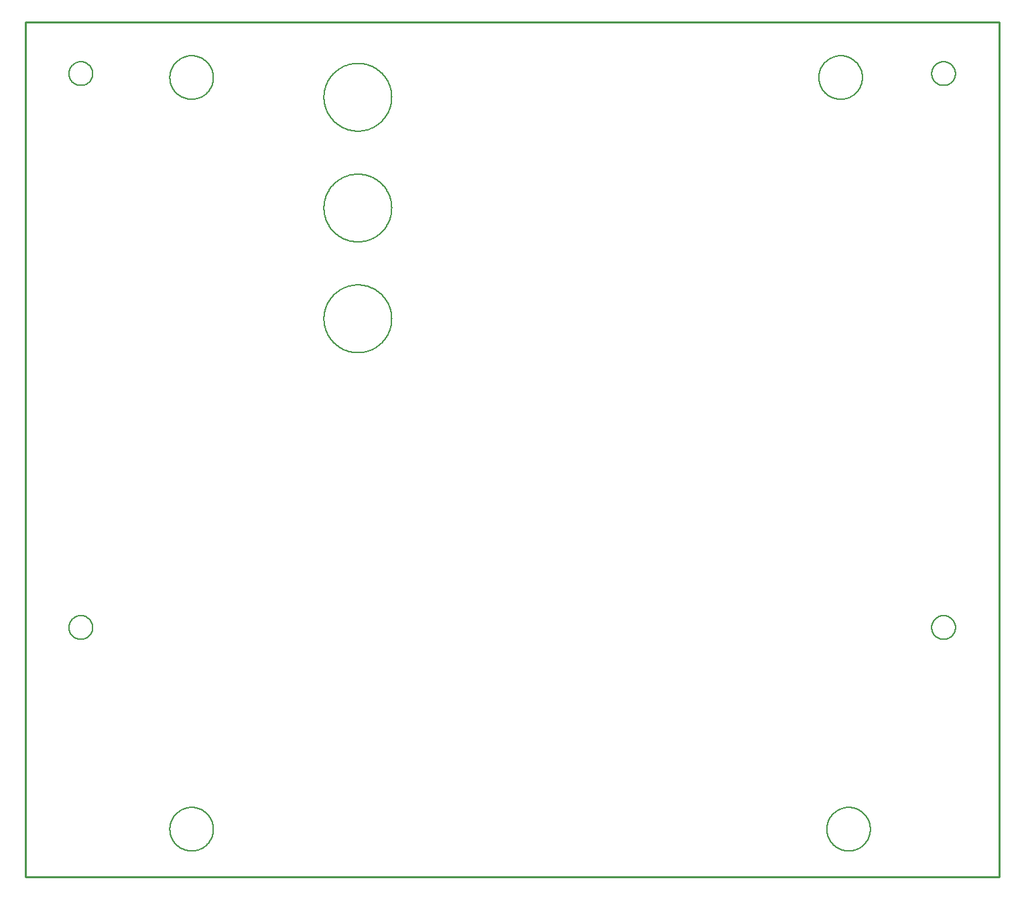
<source format=gbr>
G04 EAGLE Gerber RS-274X export*
G75*
%MOMM*%
%FSLAX34Y34*%
%LPD*%
%IN*%
%IPPOS*%
%AMOC8*
5,1,8,0,0,1.08239X$1,22.5*%
G01*
%ADD10C,0.152400*%
%ADD11C,0.150000*%
%ADD12C,0.254000*%


D10*
X182500Y60000D02*
X182508Y60675D01*
X182533Y61349D01*
X182575Y62023D01*
X182632Y62695D01*
X182707Y63366D01*
X182798Y64035D01*
X182905Y64701D01*
X183028Y65365D01*
X183168Y66025D01*
X183324Y66682D01*
X183496Y67335D01*
X183684Y67983D01*
X183888Y68626D01*
X184108Y69264D01*
X184343Y69897D01*
X184593Y70524D01*
X184859Y71144D01*
X185140Y71758D01*
X185436Y72364D01*
X185747Y72963D01*
X186073Y73555D01*
X186412Y74138D01*
X186767Y74712D01*
X187135Y75278D01*
X187516Y75835D01*
X187912Y76382D01*
X188320Y76919D01*
X188742Y77446D01*
X189177Y77962D01*
X189624Y78468D01*
X190083Y78962D01*
X190555Y79445D01*
X191038Y79917D01*
X191532Y80376D01*
X192038Y80823D01*
X192554Y81258D01*
X193081Y81680D01*
X193618Y82088D01*
X194165Y82484D01*
X194722Y82865D01*
X195288Y83233D01*
X195862Y83588D01*
X196445Y83927D01*
X197037Y84253D01*
X197636Y84564D01*
X198242Y84860D01*
X198856Y85141D01*
X199476Y85407D01*
X200103Y85657D01*
X200736Y85892D01*
X201374Y86112D01*
X202017Y86316D01*
X202665Y86504D01*
X203318Y86676D01*
X203975Y86832D01*
X204635Y86972D01*
X205299Y87095D01*
X205965Y87202D01*
X206634Y87293D01*
X207305Y87368D01*
X207977Y87425D01*
X208651Y87467D01*
X209325Y87492D01*
X210000Y87500D01*
X210675Y87492D01*
X211349Y87467D01*
X212023Y87425D01*
X212695Y87368D01*
X213366Y87293D01*
X214035Y87202D01*
X214701Y87095D01*
X215365Y86972D01*
X216025Y86832D01*
X216682Y86676D01*
X217335Y86504D01*
X217983Y86316D01*
X218626Y86112D01*
X219264Y85892D01*
X219897Y85657D01*
X220524Y85407D01*
X221144Y85141D01*
X221758Y84860D01*
X222364Y84564D01*
X222963Y84253D01*
X223555Y83927D01*
X224138Y83588D01*
X224712Y83233D01*
X225278Y82865D01*
X225835Y82484D01*
X226382Y82088D01*
X226919Y81680D01*
X227446Y81258D01*
X227962Y80823D01*
X228468Y80376D01*
X228962Y79917D01*
X229445Y79445D01*
X229917Y78962D01*
X230376Y78468D01*
X230823Y77962D01*
X231258Y77446D01*
X231680Y76919D01*
X232088Y76382D01*
X232484Y75835D01*
X232865Y75278D01*
X233233Y74712D01*
X233588Y74138D01*
X233927Y73555D01*
X234253Y72963D01*
X234564Y72364D01*
X234860Y71758D01*
X235141Y71144D01*
X235407Y70524D01*
X235657Y69897D01*
X235892Y69264D01*
X236112Y68626D01*
X236316Y67983D01*
X236504Y67335D01*
X236676Y66682D01*
X236832Y66025D01*
X236972Y65365D01*
X237095Y64701D01*
X237202Y64035D01*
X237293Y63366D01*
X237368Y62695D01*
X237425Y62023D01*
X237467Y61349D01*
X237492Y60675D01*
X237500Y60000D01*
X237492Y59325D01*
X237467Y58651D01*
X237425Y57977D01*
X237368Y57305D01*
X237293Y56634D01*
X237202Y55965D01*
X237095Y55299D01*
X236972Y54635D01*
X236832Y53975D01*
X236676Y53318D01*
X236504Y52665D01*
X236316Y52017D01*
X236112Y51374D01*
X235892Y50736D01*
X235657Y50103D01*
X235407Y49476D01*
X235141Y48856D01*
X234860Y48242D01*
X234564Y47636D01*
X234253Y47037D01*
X233927Y46445D01*
X233588Y45862D01*
X233233Y45288D01*
X232865Y44722D01*
X232484Y44165D01*
X232088Y43618D01*
X231680Y43081D01*
X231258Y42554D01*
X230823Y42038D01*
X230376Y41532D01*
X229917Y41038D01*
X229445Y40555D01*
X228962Y40083D01*
X228468Y39624D01*
X227962Y39177D01*
X227446Y38742D01*
X226919Y38320D01*
X226382Y37912D01*
X225835Y37516D01*
X225278Y37135D01*
X224712Y36767D01*
X224138Y36412D01*
X223555Y36073D01*
X222963Y35747D01*
X222364Y35436D01*
X221758Y35140D01*
X221144Y34859D01*
X220524Y34593D01*
X219897Y34343D01*
X219264Y34108D01*
X218626Y33888D01*
X217983Y33684D01*
X217335Y33496D01*
X216682Y33324D01*
X216025Y33168D01*
X215365Y33028D01*
X214701Y32905D01*
X214035Y32798D01*
X213366Y32707D01*
X212695Y32632D01*
X212023Y32575D01*
X211349Y32533D01*
X210675Y32508D01*
X210000Y32500D01*
X209325Y32508D01*
X208651Y32533D01*
X207977Y32575D01*
X207305Y32632D01*
X206634Y32707D01*
X205965Y32798D01*
X205299Y32905D01*
X204635Y33028D01*
X203975Y33168D01*
X203318Y33324D01*
X202665Y33496D01*
X202017Y33684D01*
X201374Y33888D01*
X200736Y34108D01*
X200103Y34343D01*
X199476Y34593D01*
X198856Y34859D01*
X198242Y35140D01*
X197636Y35436D01*
X197037Y35747D01*
X196445Y36073D01*
X195862Y36412D01*
X195288Y36767D01*
X194722Y37135D01*
X194165Y37516D01*
X193618Y37912D01*
X193081Y38320D01*
X192554Y38742D01*
X192038Y39177D01*
X191532Y39624D01*
X191038Y40083D01*
X190555Y40555D01*
X190083Y41038D01*
X189624Y41532D01*
X189177Y42038D01*
X188742Y42554D01*
X188320Y43081D01*
X187912Y43618D01*
X187516Y44165D01*
X187135Y44722D01*
X186767Y45288D01*
X186412Y45862D01*
X186073Y46445D01*
X185747Y47037D01*
X185436Y47636D01*
X185140Y48242D01*
X184859Y48856D01*
X184593Y49476D01*
X184343Y50103D01*
X184108Y50736D01*
X183888Y51374D01*
X183684Y52017D01*
X183496Y52665D01*
X183324Y53318D01*
X183168Y53975D01*
X183028Y54635D01*
X182905Y55299D01*
X182798Y55965D01*
X182707Y56634D01*
X182632Y57305D01*
X182575Y57977D01*
X182533Y58651D01*
X182508Y59325D01*
X182500Y60000D01*
X1012500Y60000D02*
X1012508Y60675D01*
X1012533Y61349D01*
X1012575Y62023D01*
X1012632Y62695D01*
X1012707Y63366D01*
X1012798Y64035D01*
X1012905Y64701D01*
X1013028Y65365D01*
X1013168Y66025D01*
X1013324Y66682D01*
X1013496Y67335D01*
X1013684Y67983D01*
X1013888Y68626D01*
X1014108Y69264D01*
X1014343Y69897D01*
X1014593Y70524D01*
X1014859Y71144D01*
X1015140Y71758D01*
X1015436Y72364D01*
X1015747Y72963D01*
X1016073Y73555D01*
X1016412Y74138D01*
X1016767Y74712D01*
X1017135Y75278D01*
X1017516Y75835D01*
X1017912Y76382D01*
X1018320Y76919D01*
X1018742Y77446D01*
X1019177Y77962D01*
X1019624Y78468D01*
X1020083Y78962D01*
X1020555Y79445D01*
X1021038Y79917D01*
X1021532Y80376D01*
X1022038Y80823D01*
X1022554Y81258D01*
X1023081Y81680D01*
X1023618Y82088D01*
X1024165Y82484D01*
X1024722Y82865D01*
X1025288Y83233D01*
X1025862Y83588D01*
X1026445Y83927D01*
X1027037Y84253D01*
X1027636Y84564D01*
X1028242Y84860D01*
X1028856Y85141D01*
X1029476Y85407D01*
X1030103Y85657D01*
X1030736Y85892D01*
X1031374Y86112D01*
X1032017Y86316D01*
X1032665Y86504D01*
X1033318Y86676D01*
X1033975Y86832D01*
X1034635Y86972D01*
X1035299Y87095D01*
X1035965Y87202D01*
X1036634Y87293D01*
X1037305Y87368D01*
X1037977Y87425D01*
X1038651Y87467D01*
X1039325Y87492D01*
X1040000Y87500D01*
X1040675Y87492D01*
X1041349Y87467D01*
X1042023Y87425D01*
X1042695Y87368D01*
X1043366Y87293D01*
X1044035Y87202D01*
X1044701Y87095D01*
X1045365Y86972D01*
X1046025Y86832D01*
X1046682Y86676D01*
X1047335Y86504D01*
X1047983Y86316D01*
X1048626Y86112D01*
X1049264Y85892D01*
X1049897Y85657D01*
X1050524Y85407D01*
X1051144Y85141D01*
X1051758Y84860D01*
X1052364Y84564D01*
X1052963Y84253D01*
X1053555Y83927D01*
X1054138Y83588D01*
X1054712Y83233D01*
X1055278Y82865D01*
X1055835Y82484D01*
X1056382Y82088D01*
X1056919Y81680D01*
X1057446Y81258D01*
X1057962Y80823D01*
X1058468Y80376D01*
X1058962Y79917D01*
X1059445Y79445D01*
X1059917Y78962D01*
X1060376Y78468D01*
X1060823Y77962D01*
X1061258Y77446D01*
X1061680Y76919D01*
X1062088Y76382D01*
X1062484Y75835D01*
X1062865Y75278D01*
X1063233Y74712D01*
X1063588Y74138D01*
X1063927Y73555D01*
X1064253Y72963D01*
X1064564Y72364D01*
X1064860Y71758D01*
X1065141Y71144D01*
X1065407Y70524D01*
X1065657Y69897D01*
X1065892Y69264D01*
X1066112Y68626D01*
X1066316Y67983D01*
X1066504Y67335D01*
X1066676Y66682D01*
X1066832Y66025D01*
X1066972Y65365D01*
X1067095Y64701D01*
X1067202Y64035D01*
X1067293Y63366D01*
X1067368Y62695D01*
X1067425Y62023D01*
X1067467Y61349D01*
X1067492Y60675D01*
X1067500Y60000D01*
X1067492Y59325D01*
X1067467Y58651D01*
X1067425Y57977D01*
X1067368Y57305D01*
X1067293Y56634D01*
X1067202Y55965D01*
X1067095Y55299D01*
X1066972Y54635D01*
X1066832Y53975D01*
X1066676Y53318D01*
X1066504Y52665D01*
X1066316Y52017D01*
X1066112Y51374D01*
X1065892Y50736D01*
X1065657Y50103D01*
X1065407Y49476D01*
X1065141Y48856D01*
X1064860Y48242D01*
X1064564Y47636D01*
X1064253Y47037D01*
X1063927Y46445D01*
X1063588Y45862D01*
X1063233Y45288D01*
X1062865Y44722D01*
X1062484Y44165D01*
X1062088Y43618D01*
X1061680Y43081D01*
X1061258Y42554D01*
X1060823Y42038D01*
X1060376Y41532D01*
X1059917Y41038D01*
X1059445Y40555D01*
X1058962Y40083D01*
X1058468Y39624D01*
X1057962Y39177D01*
X1057446Y38742D01*
X1056919Y38320D01*
X1056382Y37912D01*
X1055835Y37516D01*
X1055278Y37135D01*
X1054712Y36767D01*
X1054138Y36412D01*
X1053555Y36073D01*
X1052963Y35747D01*
X1052364Y35436D01*
X1051758Y35140D01*
X1051144Y34859D01*
X1050524Y34593D01*
X1049897Y34343D01*
X1049264Y34108D01*
X1048626Y33888D01*
X1047983Y33684D01*
X1047335Y33496D01*
X1046682Y33324D01*
X1046025Y33168D01*
X1045365Y33028D01*
X1044701Y32905D01*
X1044035Y32798D01*
X1043366Y32707D01*
X1042695Y32632D01*
X1042023Y32575D01*
X1041349Y32533D01*
X1040675Y32508D01*
X1040000Y32500D01*
X1039325Y32508D01*
X1038651Y32533D01*
X1037977Y32575D01*
X1037305Y32632D01*
X1036634Y32707D01*
X1035965Y32798D01*
X1035299Y32905D01*
X1034635Y33028D01*
X1033975Y33168D01*
X1033318Y33324D01*
X1032665Y33496D01*
X1032017Y33684D01*
X1031374Y33888D01*
X1030736Y34108D01*
X1030103Y34343D01*
X1029476Y34593D01*
X1028856Y34859D01*
X1028242Y35140D01*
X1027636Y35436D01*
X1027037Y35747D01*
X1026445Y36073D01*
X1025862Y36412D01*
X1025288Y36767D01*
X1024722Y37135D01*
X1024165Y37516D01*
X1023618Y37912D01*
X1023081Y38320D01*
X1022554Y38742D01*
X1022038Y39177D01*
X1021532Y39624D01*
X1021038Y40083D01*
X1020555Y40555D01*
X1020083Y41038D01*
X1019624Y41532D01*
X1019177Y42038D01*
X1018742Y42554D01*
X1018320Y43081D01*
X1017912Y43618D01*
X1017516Y44165D01*
X1017135Y44722D01*
X1016767Y45288D01*
X1016412Y45862D01*
X1016073Y46445D01*
X1015747Y47037D01*
X1015436Y47636D01*
X1015140Y48242D01*
X1014859Y48856D01*
X1014593Y49476D01*
X1014343Y50103D01*
X1014108Y50736D01*
X1013888Y51374D01*
X1013684Y52017D01*
X1013496Y52665D01*
X1013324Y53318D01*
X1013168Y53975D01*
X1013028Y54635D01*
X1012905Y55299D01*
X1012798Y55965D01*
X1012707Y56634D01*
X1012632Y57305D01*
X1012575Y57977D01*
X1012533Y58651D01*
X1012508Y59325D01*
X1012500Y60000D01*
X1002500Y1010000D02*
X1002508Y1010675D01*
X1002533Y1011349D01*
X1002575Y1012023D01*
X1002632Y1012695D01*
X1002707Y1013366D01*
X1002798Y1014035D01*
X1002905Y1014701D01*
X1003028Y1015365D01*
X1003168Y1016025D01*
X1003324Y1016682D01*
X1003496Y1017335D01*
X1003684Y1017983D01*
X1003888Y1018626D01*
X1004108Y1019264D01*
X1004343Y1019897D01*
X1004593Y1020524D01*
X1004859Y1021144D01*
X1005140Y1021758D01*
X1005436Y1022364D01*
X1005747Y1022963D01*
X1006073Y1023555D01*
X1006412Y1024138D01*
X1006767Y1024712D01*
X1007135Y1025278D01*
X1007516Y1025835D01*
X1007912Y1026382D01*
X1008320Y1026919D01*
X1008742Y1027446D01*
X1009177Y1027962D01*
X1009624Y1028468D01*
X1010083Y1028962D01*
X1010555Y1029445D01*
X1011038Y1029917D01*
X1011532Y1030376D01*
X1012038Y1030823D01*
X1012554Y1031258D01*
X1013081Y1031680D01*
X1013618Y1032088D01*
X1014165Y1032484D01*
X1014722Y1032865D01*
X1015288Y1033233D01*
X1015862Y1033588D01*
X1016445Y1033927D01*
X1017037Y1034253D01*
X1017636Y1034564D01*
X1018242Y1034860D01*
X1018856Y1035141D01*
X1019476Y1035407D01*
X1020103Y1035657D01*
X1020736Y1035892D01*
X1021374Y1036112D01*
X1022017Y1036316D01*
X1022665Y1036504D01*
X1023318Y1036676D01*
X1023975Y1036832D01*
X1024635Y1036972D01*
X1025299Y1037095D01*
X1025965Y1037202D01*
X1026634Y1037293D01*
X1027305Y1037368D01*
X1027977Y1037425D01*
X1028651Y1037467D01*
X1029325Y1037492D01*
X1030000Y1037500D01*
X1030675Y1037492D01*
X1031349Y1037467D01*
X1032023Y1037425D01*
X1032695Y1037368D01*
X1033366Y1037293D01*
X1034035Y1037202D01*
X1034701Y1037095D01*
X1035365Y1036972D01*
X1036025Y1036832D01*
X1036682Y1036676D01*
X1037335Y1036504D01*
X1037983Y1036316D01*
X1038626Y1036112D01*
X1039264Y1035892D01*
X1039897Y1035657D01*
X1040524Y1035407D01*
X1041144Y1035141D01*
X1041758Y1034860D01*
X1042364Y1034564D01*
X1042963Y1034253D01*
X1043555Y1033927D01*
X1044138Y1033588D01*
X1044712Y1033233D01*
X1045278Y1032865D01*
X1045835Y1032484D01*
X1046382Y1032088D01*
X1046919Y1031680D01*
X1047446Y1031258D01*
X1047962Y1030823D01*
X1048468Y1030376D01*
X1048962Y1029917D01*
X1049445Y1029445D01*
X1049917Y1028962D01*
X1050376Y1028468D01*
X1050823Y1027962D01*
X1051258Y1027446D01*
X1051680Y1026919D01*
X1052088Y1026382D01*
X1052484Y1025835D01*
X1052865Y1025278D01*
X1053233Y1024712D01*
X1053588Y1024138D01*
X1053927Y1023555D01*
X1054253Y1022963D01*
X1054564Y1022364D01*
X1054860Y1021758D01*
X1055141Y1021144D01*
X1055407Y1020524D01*
X1055657Y1019897D01*
X1055892Y1019264D01*
X1056112Y1018626D01*
X1056316Y1017983D01*
X1056504Y1017335D01*
X1056676Y1016682D01*
X1056832Y1016025D01*
X1056972Y1015365D01*
X1057095Y1014701D01*
X1057202Y1014035D01*
X1057293Y1013366D01*
X1057368Y1012695D01*
X1057425Y1012023D01*
X1057467Y1011349D01*
X1057492Y1010675D01*
X1057500Y1010000D01*
X1057492Y1009325D01*
X1057467Y1008651D01*
X1057425Y1007977D01*
X1057368Y1007305D01*
X1057293Y1006634D01*
X1057202Y1005965D01*
X1057095Y1005299D01*
X1056972Y1004635D01*
X1056832Y1003975D01*
X1056676Y1003318D01*
X1056504Y1002665D01*
X1056316Y1002017D01*
X1056112Y1001374D01*
X1055892Y1000736D01*
X1055657Y1000103D01*
X1055407Y999476D01*
X1055141Y998856D01*
X1054860Y998242D01*
X1054564Y997636D01*
X1054253Y997037D01*
X1053927Y996445D01*
X1053588Y995862D01*
X1053233Y995288D01*
X1052865Y994722D01*
X1052484Y994165D01*
X1052088Y993618D01*
X1051680Y993081D01*
X1051258Y992554D01*
X1050823Y992038D01*
X1050376Y991532D01*
X1049917Y991038D01*
X1049445Y990555D01*
X1048962Y990083D01*
X1048468Y989624D01*
X1047962Y989177D01*
X1047446Y988742D01*
X1046919Y988320D01*
X1046382Y987912D01*
X1045835Y987516D01*
X1045278Y987135D01*
X1044712Y986767D01*
X1044138Y986412D01*
X1043555Y986073D01*
X1042963Y985747D01*
X1042364Y985436D01*
X1041758Y985140D01*
X1041144Y984859D01*
X1040524Y984593D01*
X1039897Y984343D01*
X1039264Y984108D01*
X1038626Y983888D01*
X1037983Y983684D01*
X1037335Y983496D01*
X1036682Y983324D01*
X1036025Y983168D01*
X1035365Y983028D01*
X1034701Y982905D01*
X1034035Y982798D01*
X1033366Y982707D01*
X1032695Y982632D01*
X1032023Y982575D01*
X1031349Y982533D01*
X1030675Y982508D01*
X1030000Y982500D01*
X1029325Y982508D01*
X1028651Y982533D01*
X1027977Y982575D01*
X1027305Y982632D01*
X1026634Y982707D01*
X1025965Y982798D01*
X1025299Y982905D01*
X1024635Y983028D01*
X1023975Y983168D01*
X1023318Y983324D01*
X1022665Y983496D01*
X1022017Y983684D01*
X1021374Y983888D01*
X1020736Y984108D01*
X1020103Y984343D01*
X1019476Y984593D01*
X1018856Y984859D01*
X1018242Y985140D01*
X1017636Y985436D01*
X1017037Y985747D01*
X1016445Y986073D01*
X1015862Y986412D01*
X1015288Y986767D01*
X1014722Y987135D01*
X1014165Y987516D01*
X1013618Y987912D01*
X1013081Y988320D01*
X1012554Y988742D01*
X1012038Y989177D01*
X1011532Y989624D01*
X1011038Y990083D01*
X1010555Y990555D01*
X1010083Y991038D01*
X1009624Y991532D01*
X1009177Y992038D01*
X1008742Y992554D01*
X1008320Y993081D01*
X1007912Y993618D01*
X1007516Y994165D01*
X1007135Y994722D01*
X1006767Y995288D01*
X1006412Y995862D01*
X1006073Y996445D01*
X1005747Y997037D01*
X1005436Y997636D01*
X1005140Y998242D01*
X1004859Y998856D01*
X1004593Y999476D01*
X1004343Y1000103D01*
X1004108Y1000736D01*
X1003888Y1001374D01*
X1003684Y1002017D01*
X1003496Y1002665D01*
X1003324Y1003318D01*
X1003168Y1003975D01*
X1003028Y1004635D01*
X1002905Y1005299D01*
X1002798Y1005965D01*
X1002707Y1006634D01*
X1002632Y1007305D01*
X1002575Y1007977D01*
X1002533Y1008651D01*
X1002508Y1009325D01*
X1002500Y1010000D01*
X182500Y1010000D02*
X182508Y1010675D01*
X182533Y1011349D01*
X182575Y1012023D01*
X182632Y1012695D01*
X182707Y1013366D01*
X182798Y1014035D01*
X182905Y1014701D01*
X183028Y1015365D01*
X183168Y1016025D01*
X183324Y1016682D01*
X183496Y1017335D01*
X183684Y1017983D01*
X183888Y1018626D01*
X184108Y1019264D01*
X184343Y1019897D01*
X184593Y1020524D01*
X184859Y1021144D01*
X185140Y1021758D01*
X185436Y1022364D01*
X185747Y1022963D01*
X186073Y1023555D01*
X186412Y1024138D01*
X186767Y1024712D01*
X187135Y1025278D01*
X187516Y1025835D01*
X187912Y1026382D01*
X188320Y1026919D01*
X188742Y1027446D01*
X189177Y1027962D01*
X189624Y1028468D01*
X190083Y1028962D01*
X190555Y1029445D01*
X191038Y1029917D01*
X191532Y1030376D01*
X192038Y1030823D01*
X192554Y1031258D01*
X193081Y1031680D01*
X193618Y1032088D01*
X194165Y1032484D01*
X194722Y1032865D01*
X195288Y1033233D01*
X195862Y1033588D01*
X196445Y1033927D01*
X197037Y1034253D01*
X197636Y1034564D01*
X198242Y1034860D01*
X198856Y1035141D01*
X199476Y1035407D01*
X200103Y1035657D01*
X200736Y1035892D01*
X201374Y1036112D01*
X202017Y1036316D01*
X202665Y1036504D01*
X203318Y1036676D01*
X203975Y1036832D01*
X204635Y1036972D01*
X205299Y1037095D01*
X205965Y1037202D01*
X206634Y1037293D01*
X207305Y1037368D01*
X207977Y1037425D01*
X208651Y1037467D01*
X209325Y1037492D01*
X210000Y1037500D01*
X210675Y1037492D01*
X211349Y1037467D01*
X212023Y1037425D01*
X212695Y1037368D01*
X213366Y1037293D01*
X214035Y1037202D01*
X214701Y1037095D01*
X215365Y1036972D01*
X216025Y1036832D01*
X216682Y1036676D01*
X217335Y1036504D01*
X217983Y1036316D01*
X218626Y1036112D01*
X219264Y1035892D01*
X219897Y1035657D01*
X220524Y1035407D01*
X221144Y1035141D01*
X221758Y1034860D01*
X222364Y1034564D01*
X222963Y1034253D01*
X223555Y1033927D01*
X224138Y1033588D01*
X224712Y1033233D01*
X225278Y1032865D01*
X225835Y1032484D01*
X226382Y1032088D01*
X226919Y1031680D01*
X227446Y1031258D01*
X227962Y1030823D01*
X228468Y1030376D01*
X228962Y1029917D01*
X229445Y1029445D01*
X229917Y1028962D01*
X230376Y1028468D01*
X230823Y1027962D01*
X231258Y1027446D01*
X231680Y1026919D01*
X232088Y1026382D01*
X232484Y1025835D01*
X232865Y1025278D01*
X233233Y1024712D01*
X233588Y1024138D01*
X233927Y1023555D01*
X234253Y1022963D01*
X234564Y1022364D01*
X234860Y1021758D01*
X235141Y1021144D01*
X235407Y1020524D01*
X235657Y1019897D01*
X235892Y1019264D01*
X236112Y1018626D01*
X236316Y1017983D01*
X236504Y1017335D01*
X236676Y1016682D01*
X236832Y1016025D01*
X236972Y1015365D01*
X237095Y1014701D01*
X237202Y1014035D01*
X237293Y1013366D01*
X237368Y1012695D01*
X237425Y1012023D01*
X237467Y1011349D01*
X237492Y1010675D01*
X237500Y1010000D01*
X237492Y1009325D01*
X237467Y1008651D01*
X237425Y1007977D01*
X237368Y1007305D01*
X237293Y1006634D01*
X237202Y1005965D01*
X237095Y1005299D01*
X236972Y1004635D01*
X236832Y1003975D01*
X236676Y1003318D01*
X236504Y1002665D01*
X236316Y1002017D01*
X236112Y1001374D01*
X235892Y1000736D01*
X235657Y1000103D01*
X235407Y999476D01*
X235141Y998856D01*
X234860Y998242D01*
X234564Y997636D01*
X234253Y997037D01*
X233927Y996445D01*
X233588Y995862D01*
X233233Y995288D01*
X232865Y994722D01*
X232484Y994165D01*
X232088Y993618D01*
X231680Y993081D01*
X231258Y992554D01*
X230823Y992038D01*
X230376Y991532D01*
X229917Y991038D01*
X229445Y990555D01*
X228962Y990083D01*
X228468Y989624D01*
X227962Y989177D01*
X227446Y988742D01*
X226919Y988320D01*
X226382Y987912D01*
X225835Y987516D01*
X225278Y987135D01*
X224712Y986767D01*
X224138Y986412D01*
X223555Y986073D01*
X222963Y985747D01*
X222364Y985436D01*
X221758Y985140D01*
X221144Y984859D01*
X220524Y984593D01*
X219897Y984343D01*
X219264Y984108D01*
X218626Y983888D01*
X217983Y983684D01*
X217335Y983496D01*
X216682Y983324D01*
X216025Y983168D01*
X215365Y983028D01*
X214701Y982905D01*
X214035Y982798D01*
X213366Y982707D01*
X212695Y982632D01*
X212023Y982575D01*
X211349Y982533D01*
X210675Y982508D01*
X210000Y982500D01*
X209325Y982508D01*
X208651Y982533D01*
X207977Y982575D01*
X207305Y982632D01*
X206634Y982707D01*
X205965Y982798D01*
X205299Y982905D01*
X204635Y983028D01*
X203975Y983168D01*
X203318Y983324D01*
X202665Y983496D01*
X202017Y983684D01*
X201374Y983888D01*
X200736Y984108D01*
X200103Y984343D01*
X199476Y984593D01*
X198856Y984859D01*
X198242Y985140D01*
X197636Y985436D01*
X197037Y985747D01*
X196445Y986073D01*
X195862Y986412D01*
X195288Y986767D01*
X194722Y987135D01*
X194165Y987516D01*
X193618Y987912D01*
X193081Y988320D01*
X192554Y988742D01*
X192038Y989177D01*
X191532Y989624D01*
X191038Y990083D01*
X190555Y990555D01*
X190083Y991038D01*
X189624Y991532D01*
X189177Y992038D01*
X188742Y992554D01*
X188320Y993081D01*
X187912Y993618D01*
X187516Y994165D01*
X187135Y994722D01*
X186767Y995288D01*
X186412Y995862D01*
X186073Y996445D01*
X185747Y997037D01*
X185436Y997636D01*
X185140Y998242D01*
X184859Y998856D01*
X184593Y999476D01*
X184343Y1000103D01*
X184108Y1000736D01*
X183888Y1001374D01*
X183684Y1002017D01*
X183496Y1002665D01*
X183324Y1003318D01*
X183168Y1003975D01*
X183028Y1004635D01*
X182905Y1005299D01*
X182798Y1005965D01*
X182707Y1006634D01*
X182632Y1007305D01*
X182575Y1007977D01*
X182533Y1008651D01*
X182508Y1009325D01*
X182500Y1010000D01*
D11*
X55000Y1015000D02*
X55005Y1015368D01*
X55018Y1015736D01*
X55041Y1016103D01*
X55072Y1016470D01*
X55113Y1016836D01*
X55162Y1017201D01*
X55221Y1017564D01*
X55288Y1017926D01*
X55364Y1018287D01*
X55450Y1018645D01*
X55543Y1019001D01*
X55646Y1019354D01*
X55757Y1019705D01*
X55877Y1020053D01*
X56005Y1020398D01*
X56142Y1020740D01*
X56287Y1021079D01*
X56440Y1021413D01*
X56602Y1021744D01*
X56771Y1022071D01*
X56949Y1022393D01*
X57134Y1022712D01*
X57327Y1023025D01*
X57528Y1023334D01*
X57736Y1023637D01*
X57952Y1023935D01*
X58175Y1024228D01*
X58405Y1024516D01*
X58642Y1024798D01*
X58886Y1025073D01*
X59136Y1025343D01*
X59393Y1025607D01*
X59657Y1025864D01*
X59927Y1026114D01*
X60202Y1026358D01*
X60484Y1026595D01*
X60772Y1026825D01*
X61065Y1027048D01*
X61363Y1027264D01*
X61666Y1027472D01*
X61975Y1027673D01*
X62288Y1027866D01*
X62607Y1028051D01*
X62929Y1028229D01*
X63256Y1028398D01*
X63587Y1028560D01*
X63921Y1028713D01*
X64260Y1028858D01*
X64602Y1028995D01*
X64947Y1029123D01*
X65295Y1029243D01*
X65646Y1029354D01*
X65999Y1029457D01*
X66355Y1029550D01*
X66713Y1029636D01*
X67074Y1029712D01*
X67436Y1029779D01*
X67799Y1029838D01*
X68164Y1029887D01*
X68530Y1029928D01*
X68897Y1029959D01*
X69264Y1029982D01*
X69632Y1029995D01*
X70000Y1030000D01*
X70368Y1029995D01*
X70736Y1029982D01*
X71103Y1029959D01*
X71470Y1029928D01*
X71836Y1029887D01*
X72201Y1029838D01*
X72564Y1029779D01*
X72926Y1029712D01*
X73287Y1029636D01*
X73645Y1029550D01*
X74001Y1029457D01*
X74354Y1029354D01*
X74705Y1029243D01*
X75053Y1029123D01*
X75398Y1028995D01*
X75740Y1028858D01*
X76079Y1028713D01*
X76413Y1028560D01*
X76744Y1028398D01*
X77071Y1028229D01*
X77393Y1028051D01*
X77712Y1027866D01*
X78025Y1027673D01*
X78334Y1027472D01*
X78637Y1027264D01*
X78935Y1027048D01*
X79228Y1026825D01*
X79516Y1026595D01*
X79798Y1026358D01*
X80073Y1026114D01*
X80343Y1025864D01*
X80607Y1025607D01*
X80864Y1025343D01*
X81114Y1025073D01*
X81358Y1024798D01*
X81595Y1024516D01*
X81825Y1024228D01*
X82048Y1023935D01*
X82264Y1023637D01*
X82472Y1023334D01*
X82673Y1023025D01*
X82866Y1022712D01*
X83051Y1022393D01*
X83229Y1022071D01*
X83398Y1021744D01*
X83560Y1021413D01*
X83713Y1021079D01*
X83858Y1020740D01*
X83995Y1020398D01*
X84123Y1020053D01*
X84243Y1019705D01*
X84354Y1019354D01*
X84457Y1019001D01*
X84550Y1018645D01*
X84636Y1018287D01*
X84712Y1017926D01*
X84779Y1017564D01*
X84838Y1017201D01*
X84887Y1016836D01*
X84928Y1016470D01*
X84959Y1016103D01*
X84982Y1015736D01*
X84995Y1015368D01*
X85000Y1015000D01*
X84995Y1014632D01*
X84982Y1014264D01*
X84959Y1013897D01*
X84928Y1013530D01*
X84887Y1013164D01*
X84838Y1012799D01*
X84779Y1012436D01*
X84712Y1012074D01*
X84636Y1011713D01*
X84550Y1011355D01*
X84457Y1010999D01*
X84354Y1010646D01*
X84243Y1010295D01*
X84123Y1009947D01*
X83995Y1009602D01*
X83858Y1009260D01*
X83713Y1008921D01*
X83560Y1008587D01*
X83398Y1008256D01*
X83229Y1007929D01*
X83051Y1007607D01*
X82866Y1007288D01*
X82673Y1006975D01*
X82472Y1006666D01*
X82264Y1006363D01*
X82048Y1006065D01*
X81825Y1005772D01*
X81595Y1005484D01*
X81358Y1005202D01*
X81114Y1004927D01*
X80864Y1004657D01*
X80607Y1004393D01*
X80343Y1004136D01*
X80073Y1003886D01*
X79798Y1003642D01*
X79516Y1003405D01*
X79228Y1003175D01*
X78935Y1002952D01*
X78637Y1002736D01*
X78334Y1002528D01*
X78025Y1002327D01*
X77712Y1002134D01*
X77393Y1001949D01*
X77071Y1001771D01*
X76744Y1001602D01*
X76413Y1001440D01*
X76079Y1001287D01*
X75740Y1001142D01*
X75398Y1001005D01*
X75053Y1000877D01*
X74705Y1000757D01*
X74354Y1000646D01*
X74001Y1000543D01*
X73645Y1000450D01*
X73287Y1000364D01*
X72926Y1000288D01*
X72564Y1000221D01*
X72201Y1000162D01*
X71836Y1000113D01*
X71470Y1000072D01*
X71103Y1000041D01*
X70736Y1000018D01*
X70368Y1000005D01*
X70000Y1000000D01*
X69632Y1000005D01*
X69264Y1000018D01*
X68897Y1000041D01*
X68530Y1000072D01*
X68164Y1000113D01*
X67799Y1000162D01*
X67436Y1000221D01*
X67074Y1000288D01*
X66713Y1000364D01*
X66355Y1000450D01*
X65999Y1000543D01*
X65646Y1000646D01*
X65295Y1000757D01*
X64947Y1000877D01*
X64602Y1001005D01*
X64260Y1001142D01*
X63921Y1001287D01*
X63587Y1001440D01*
X63256Y1001602D01*
X62929Y1001771D01*
X62607Y1001949D01*
X62288Y1002134D01*
X61975Y1002327D01*
X61666Y1002528D01*
X61363Y1002736D01*
X61065Y1002952D01*
X60772Y1003175D01*
X60484Y1003405D01*
X60202Y1003642D01*
X59927Y1003886D01*
X59657Y1004136D01*
X59393Y1004393D01*
X59136Y1004657D01*
X58886Y1004927D01*
X58642Y1005202D01*
X58405Y1005484D01*
X58175Y1005772D01*
X57952Y1006065D01*
X57736Y1006363D01*
X57528Y1006666D01*
X57327Y1006975D01*
X57134Y1007288D01*
X56949Y1007607D01*
X56771Y1007929D01*
X56602Y1008256D01*
X56440Y1008587D01*
X56287Y1008921D01*
X56142Y1009260D01*
X56005Y1009602D01*
X55877Y1009947D01*
X55757Y1010295D01*
X55646Y1010646D01*
X55543Y1010999D01*
X55450Y1011355D01*
X55364Y1011713D01*
X55288Y1012074D01*
X55221Y1012436D01*
X55162Y1012799D01*
X55113Y1013164D01*
X55072Y1013530D01*
X55041Y1013897D01*
X55018Y1014264D01*
X55005Y1014632D01*
X55000Y1015000D01*
X1145000Y1015000D02*
X1145005Y1015368D01*
X1145018Y1015736D01*
X1145041Y1016103D01*
X1145072Y1016470D01*
X1145113Y1016836D01*
X1145162Y1017201D01*
X1145221Y1017564D01*
X1145288Y1017926D01*
X1145364Y1018287D01*
X1145450Y1018645D01*
X1145543Y1019001D01*
X1145646Y1019354D01*
X1145757Y1019705D01*
X1145877Y1020053D01*
X1146005Y1020398D01*
X1146142Y1020740D01*
X1146287Y1021079D01*
X1146440Y1021413D01*
X1146602Y1021744D01*
X1146771Y1022071D01*
X1146949Y1022393D01*
X1147134Y1022712D01*
X1147327Y1023025D01*
X1147528Y1023334D01*
X1147736Y1023637D01*
X1147952Y1023935D01*
X1148175Y1024228D01*
X1148405Y1024516D01*
X1148642Y1024798D01*
X1148886Y1025073D01*
X1149136Y1025343D01*
X1149393Y1025607D01*
X1149657Y1025864D01*
X1149927Y1026114D01*
X1150202Y1026358D01*
X1150484Y1026595D01*
X1150772Y1026825D01*
X1151065Y1027048D01*
X1151363Y1027264D01*
X1151666Y1027472D01*
X1151975Y1027673D01*
X1152288Y1027866D01*
X1152607Y1028051D01*
X1152929Y1028229D01*
X1153256Y1028398D01*
X1153587Y1028560D01*
X1153921Y1028713D01*
X1154260Y1028858D01*
X1154602Y1028995D01*
X1154947Y1029123D01*
X1155295Y1029243D01*
X1155646Y1029354D01*
X1155999Y1029457D01*
X1156355Y1029550D01*
X1156713Y1029636D01*
X1157074Y1029712D01*
X1157436Y1029779D01*
X1157799Y1029838D01*
X1158164Y1029887D01*
X1158530Y1029928D01*
X1158897Y1029959D01*
X1159264Y1029982D01*
X1159632Y1029995D01*
X1160000Y1030000D01*
X1160368Y1029995D01*
X1160736Y1029982D01*
X1161103Y1029959D01*
X1161470Y1029928D01*
X1161836Y1029887D01*
X1162201Y1029838D01*
X1162564Y1029779D01*
X1162926Y1029712D01*
X1163287Y1029636D01*
X1163645Y1029550D01*
X1164001Y1029457D01*
X1164354Y1029354D01*
X1164705Y1029243D01*
X1165053Y1029123D01*
X1165398Y1028995D01*
X1165740Y1028858D01*
X1166079Y1028713D01*
X1166413Y1028560D01*
X1166744Y1028398D01*
X1167071Y1028229D01*
X1167393Y1028051D01*
X1167712Y1027866D01*
X1168025Y1027673D01*
X1168334Y1027472D01*
X1168637Y1027264D01*
X1168935Y1027048D01*
X1169228Y1026825D01*
X1169516Y1026595D01*
X1169798Y1026358D01*
X1170073Y1026114D01*
X1170343Y1025864D01*
X1170607Y1025607D01*
X1170864Y1025343D01*
X1171114Y1025073D01*
X1171358Y1024798D01*
X1171595Y1024516D01*
X1171825Y1024228D01*
X1172048Y1023935D01*
X1172264Y1023637D01*
X1172472Y1023334D01*
X1172673Y1023025D01*
X1172866Y1022712D01*
X1173051Y1022393D01*
X1173229Y1022071D01*
X1173398Y1021744D01*
X1173560Y1021413D01*
X1173713Y1021079D01*
X1173858Y1020740D01*
X1173995Y1020398D01*
X1174123Y1020053D01*
X1174243Y1019705D01*
X1174354Y1019354D01*
X1174457Y1019001D01*
X1174550Y1018645D01*
X1174636Y1018287D01*
X1174712Y1017926D01*
X1174779Y1017564D01*
X1174838Y1017201D01*
X1174887Y1016836D01*
X1174928Y1016470D01*
X1174959Y1016103D01*
X1174982Y1015736D01*
X1174995Y1015368D01*
X1175000Y1015000D01*
X1174995Y1014632D01*
X1174982Y1014264D01*
X1174959Y1013897D01*
X1174928Y1013530D01*
X1174887Y1013164D01*
X1174838Y1012799D01*
X1174779Y1012436D01*
X1174712Y1012074D01*
X1174636Y1011713D01*
X1174550Y1011355D01*
X1174457Y1010999D01*
X1174354Y1010646D01*
X1174243Y1010295D01*
X1174123Y1009947D01*
X1173995Y1009602D01*
X1173858Y1009260D01*
X1173713Y1008921D01*
X1173560Y1008587D01*
X1173398Y1008256D01*
X1173229Y1007929D01*
X1173051Y1007607D01*
X1172866Y1007288D01*
X1172673Y1006975D01*
X1172472Y1006666D01*
X1172264Y1006363D01*
X1172048Y1006065D01*
X1171825Y1005772D01*
X1171595Y1005484D01*
X1171358Y1005202D01*
X1171114Y1004927D01*
X1170864Y1004657D01*
X1170607Y1004393D01*
X1170343Y1004136D01*
X1170073Y1003886D01*
X1169798Y1003642D01*
X1169516Y1003405D01*
X1169228Y1003175D01*
X1168935Y1002952D01*
X1168637Y1002736D01*
X1168334Y1002528D01*
X1168025Y1002327D01*
X1167712Y1002134D01*
X1167393Y1001949D01*
X1167071Y1001771D01*
X1166744Y1001602D01*
X1166413Y1001440D01*
X1166079Y1001287D01*
X1165740Y1001142D01*
X1165398Y1001005D01*
X1165053Y1000877D01*
X1164705Y1000757D01*
X1164354Y1000646D01*
X1164001Y1000543D01*
X1163645Y1000450D01*
X1163287Y1000364D01*
X1162926Y1000288D01*
X1162564Y1000221D01*
X1162201Y1000162D01*
X1161836Y1000113D01*
X1161470Y1000072D01*
X1161103Y1000041D01*
X1160736Y1000018D01*
X1160368Y1000005D01*
X1160000Y1000000D01*
X1159632Y1000005D01*
X1159264Y1000018D01*
X1158897Y1000041D01*
X1158530Y1000072D01*
X1158164Y1000113D01*
X1157799Y1000162D01*
X1157436Y1000221D01*
X1157074Y1000288D01*
X1156713Y1000364D01*
X1156355Y1000450D01*
X1155999Y1000543D01*
X1155646Y1000646D01*
X1155295Y1000757D01*
X1154947Y1000877D01*
X1154602Y1001005D01*
X1154260Y1001142D01*
X1153921Y1001287D01*
X1153587Y1001440D01*
X1153256Y1001602D01*
X1152929Y1001771D01*
X1152607Y1001949D01*
X1152288Y1002134D01*
X1151975Y1002327D01*
X1151666Y1002528D01*
X1151363Y1002736D01*
X1151065Y1002952D01*
X1150772Y1003175D01*
X1150484Y1003405D01*
X1150202Y1003642D01*
X1149927Y1003886D01*
X1149657Y1004136D01*
X1149393Y1004393D01*
X1149136Y1004657D01*
X1148886Y1004927D01*
X1148642Y1005202D01*
X1148405Y1005484D01*
X1148175Y1005772D01*
X1147952Y1006065D01*
X1147736Y1006363D01*
X1147528Y1006666D01*
X1147327Y1006975D01*
X1147134Y1007288D01*
X1146949Y1007607D01*
X1146771Y1007929D01*
X1146602Y1008256D01*
X1146440Y1008587D01*
X1146287Y1008921D01*
X1146142Y1009260D01*
X1146005Y1009602D01*
X1145877Y1009947D01*
X1145757Y1010295D01*
X1145646Y1010646D01*
X1145543Y1010999D01*
X1145450Y1011355D01*
X1145364Y1011713D01*
X1145288Y1012074D01*
X1145221Y1012436D01*
X1145162Y1012799D01*
X1145113Y1013164D01*
X1145072Y1013530D01*
X1145041Y1013897D01*
X1145018Y1014264D01*
X1145005Y1014632D01*
X1145000Y1015000D01*
X1145000Y315000D02*
X1145005Y315368D01*
X1145018Y315736D01*
X1145041Y316103D01*
X1145072Y316470D01*
X1145113Y316836D01*
X1145162Y317201D01*
X1145221Y317564D01*
X1145288Y317926D01*
X1145364Y318287D01*
X1145450Y318645D01*
X1145543Y319001D01*
X1145646Y319354D01*
X1145757Y319705D01*
X1145877Y320053D01*
X1146005Y320398D01*
X1146142Y320740D01*
X1146287Y321079D01*
X1146440Y321413D01*
X1146602Y321744D01*
X1146771Y322071D01*
X1146949Y322393D01*
X1147134Y322712D01*
X1147327Y323025D01*
X1147528Y323334D01*
X1147736Y323637D01*
X1147952Y323935D01*
X1148175Y324228D01*
X1148405Y324516D01*
X1148642Y324798D01*
X1148886Y325073D01*
X1149136Y325343D01*
X1149393Y325607D01*
X1149657Y325864D01*
X1149927Y326114D01*
X1150202Y326358D01*
X1150484Y326595D01*
X1150772Y326825D01*
X1151065Y327048D01*
X1151363Y327264D01*
X1151666Y327472D01*
X1151975Y327673D01*
X1152288Y327866D01*
X1152607Y328051D01*
X1152929Y328229D01*
X1153256Y328398D01*
X1153587Y328560D01*
X1153921Y328713D01*
X1154260Y328858D01*
X1154602Y328995D01*
X1154947Y329123D01*
X1155295Y329243D01*
X1155646Y329354D01*
X1155999Y329457D01*
X1156355Y329550D01*
X1156713Y329636D01*
X1157074Y329712D01*
X1157436Y329779D01*
X1157799Y329838D01*
X1158164Y329887D01*
X1158530Y329928D01*
X1158897Y329959D01*
X1159264Y329982D01*
X1159632Y329995D01*
X1160000Y330000D01*
X1160368Y329995D01*
X1160736Y329982D01*
X1161103Y329959D01*
X1161470Y329928D01*
X1161836Y329887D01*
X1162201Y329838D01*
X1162564Y329779D01*
X1162926Y329712D01*
X1163287Y329636D01*
X1163645Y329550D01*
X1164001Y329457D01*
X1164354Y329354D01*
X1164705Y329243D01*
X1165053Y329123D01*
X1165398Y328995D01*
X1165740Y328858D01*
X1166079Y328713D01*
X1166413Y328560D01*
X1166744Y328398D01*
X1167071Y328229D01*
X1167393Y328051D01*
X1167712Y327866D01*
X1168025Y327673D01*
X1168334Y327472D01*
X1168637Y327264D01*
X1168935Y327048D01*
X1169228Y326825D01*
X1169516Y326595D01*
X1169798Y326358D01*
X1170073Y326114D01*
X1170343Y325864D01*
X1170607Y325607D01*
X1170864Y325343D01*
X1171114Y325073D01*
X1171358Y324798D01*
X1171595Y324516D01*
X1171825Y324228D01*
X1172048Y323935D01*
X1172264Y323637D01*
X1172472Y323334D01*
X1172673Y323025D01*
X1172866Y322712D01*
X1173051Y322393D01*
X1173229Y322071D01*
X1173398Y321744D01*
X1173560Y321413D01*
X1173713Y321079D01*
X1173858Y320740D01*
X1173995Y320398D01*
X1174123Y320053D01*
X1174243Y319705D01*
X1174354Y319354D01*
X1174457Y319001D01*
X1174550Y318645D01*
X1174636Y318287D01*
X1174712Y317926D01*
X1174779Y317564D01*
X1174838Y317201D01*
X1174887Y316836D01*
X1174928Y316470D01*
X1174959Y316103D01*
X1174982Y315736D01*
X1174995Y315368D01*
X1175000Y315000D01*
X1174995Y314632D01*
X1174982Y314264D01*
X1174959Y313897D01*
X1174928Y313530D01*
X1174887Y313164D01*
X1174838Y312799D01*
X1174779Y312436D01*
X1174712Y312074D01*
X1174636Y311713D01*
X1174550Y311355D01*
X1174457Y310999D01*
X1174354Y310646D01*
X1174243Y310295D01*
X1174123Y309947D01*
X1173995Y309602D01*
X1173858Y309260D01*
X1173713Y308921D01*
X1173560Y308587D01*
X1173398Y308256D01*
X1173229Y307929D01*
X1173051Y307607D01*
X1172866Y307288D01*
X1172673Y306975D01*
X1172472Y306666D01*
X1172264Y306363D01*
X1172048Y306065D01*
X1171825Y305772D01*
X1171595Y305484D01*
X1171358Y305202D01*
X1171114Y304927D01*
X1170864Y304657D01*
X1170607Y304393D01*
X1170343Y304136D01*
X1170073Y303886D01*
X1169798Y303642D01*
X1169516Y303405D01*
X1169228Y303175D01*
X1168935Y302952D01*
X1168637Y302736D01*
X1168334Y302528D01*
X1168025Y302327D01*
X1167712Y302134D01*
X1167393Y301949D01*
X1167071Y301771D01*
X1166744Y301602D01*
X1166413Y301440D01*
X1166079Y301287D01*
X1165740Y301142D01*
X1165398Y301005D01*
X1165053Y300877D01*
X1164705Y300757D01*
X1164354Y300646D01*
X1164001Y300543D01*
X1163645Y300450D01*
X1163287Y300364D01*
X1162926Y300288D01*
X1162564Y300221D01*
X1162201Y300162D01*
X1161836Y300113D01*
X1161470Y300072D01*
X1161103Y300041D01*
X1160736Y300018D01*
X1160368Y300005D01*
X1160000Y300000D01*
X1159632Y300005D01*
X1159264Y300018D01*
X1158897Y300041D01*
X1158530Y300072D01*
X1158164Y300113D01*
X1157799Y300162D01*
X1157436Y300221D01*
X1157074Y300288D01*
X1156713Y300364D01*
X1156355Y300450D01*
X1155999Y300543D01*
X1155646Y300646D01*
X1155295Y300757D01*
X1154947Y300877D01*
X1154602Y301005D01*
X1154260Y301142D01*
X1153921Y301287D01*
X1153587Y301440D01*
X1153256Y301602D01*
X1152929Y301771D01*
X1152607Y301949D01*
X1152288Y302134D01*
X1151975Y302327D01*
X1151666Y302528D01*
X1151363Y302736D01*
X1151065Y302952D01*
X1150772Y303175D01*
X1150484Y303405D01*
X1150202Y303642D01*
X1149927Y303886D01*
X1149657Y304136D01*
X1149393Y304393D01*
X1149136Y304657D01*
X1148886Y304927D01*
X1148642Y305202D01*
X1148405Y305484D01*
X1148175Y305772D01*
X1147952Y306065D01*
X1147736Y306363D01*
X1147528Y306666D01*
X1147327Y306975D01*
X1147134Y307288D01*
X1146949Y307607D01*
X1146771Y307929D01*
X1146602Y308256D01*
X1146440Y308587D01*
X1146287Y308921D01*
X1146142Y309260D01*
X1146005Y309602D01*
X1145877Y309947D01*
X1145757Y310295D01*
X1145646Y310646D01*
X1145543Y310999D01*
X1145450Y311355D01*
X1145364Y311713D01*
X1145288Y312074D01*
X1145221Y312436D01*
X1145162Y312799D01*
X1145113Y313164D01*
X1145072Y313530D01*
X1145041Y313897D01*
X1145018Y314264D01*
X1145005Y314632D01*
X1145000Y315000D01*
X55000Y315000D02*
X55005Y315368D01*
X55018Y315736D01*
X55041Y316103D01*
X55072Y316470D01*
X55113Y316836D01*
X55162Y317201D01*
X55221Y317564D01*
X55288Y317926D01*
X55364Y318287D01*
X55450Y318645D01*
X55543Y319001D01*
X55646Y319354D01*
X55757Y319705D01*
X55877Y320053D01*
X56005Y320398D01*
X56142Y320740D01*
X56287Y321079D01*
X56440Y321413D01*
X56602Y321744D01*
X56771Y322071D01*
X56949Y322393D01*
X57134Y322712D01*
X57327Y323025D01*
X57528Y323334D01*
X57736Y323637D01*
X57952Y323935D01*
X58175Y324228D01*
X58405Y324516D01*
X58642Y324798D01*
X58886Y325073D01*
X59136Y325343D01*
X59393Y325607D01*
X59657Y325864D01*
X59927Y326114D01*
X60202Y326358D01*
X60484Y326595D01*
X60772Y326825D01*
X61065Y327048D01*
X61363Y327264D01*
X61666Y327472D01*
X61975Y327673D01*
X62288Y327866D01*
X62607Y328051D01*
X62929Y328229D01*
X63256Y328398D01*
X63587Y328560D01*
X63921Y328713D01*
X64260Y328858D01*
X64602Y328995D01*
X64947Y329123D01*
X65295Y329243D01*
X65646Y329354D01*
X65999Y329457D01*
X66355Y329550D01*
X66713Y329636D01*
X67074Y329712D01*
X67436Y329779D01*
X67799Y329838D01*
X68164Y329887D01*
X68530Y329928D01*
X68897Y329959D01*
X69264Y329982D01*
X69632Y329995D01*
X70000Y330000D01*
X70368Y329995D01*
X70736Y329982D01*
X71103Y329959D01*
X71470Y329928D01*
X71836Y329887D01*
X72201Y329838D01*
X72564Y329779D01*
X72926Y329712D01*
X73287Y329636D01*
X73645Y329550D01*
X74001Y329457D01*
X74354Y329354D01*
X74705Y329243D01*
X75053Y329123D01*
X75398Y328995D01*
X75740Y328858D01*
X76079Y328713D01*
X76413Y328560D01*
X76744Y328398D01*
X77071Y328229D01*
X77393Y328051D01*
X77712Y327866D01*
X78025Y327673D01*
X78334Y327472D01*
X78637Y327264D01*
X78935Y327048D01*
X79228Y326825D01*
X79516Y326595D01*
X79798Y326358D01*
X80073Y326114D01*
X80343Y325864D01*
X80607Y325607D01*
X80864Y325343D01*
X81114Y325073D01*
X81358Y324798D01*
X81595Y324516D01*
X81825Y324228D01*
X82048Y323935D01*
X82264Y323637D01*
X82472Y323334D01*
X82673Y323025D01*
X82866Y322712D01*
X83051Y322393D01*
X83229Y322071D01*
X83398Y321744D01*
X83560Y321413D01*
X83713Y321079D01*
X83858Y320740D01*
X83995Y320398D01*
X84123Y320053D01*
X84243Y319705D01*
X84354Y319354D01*
X84457Y319001D01*
X84550Y318645D01*
X84636Y318287D01*
X84712Y317926D01*
X84779Y317564D01*
X84838Y317201D01*
X84887Y316836D01*
X84928Y316470D01*
X84959Y316103D01*
X84982Y315736D01*
X84995Y315368D01*
X85000Y315000D01*
X84995Y314632D01*
X84982Y314264D01*
X84959Y313897D01*
X84928Y313530D01*
X84887Y313164D01*
X84838Y312799D01*
X84779Y312436D01*
X84712Y312074D01*
X84636Y311713D01*
X84550Y311355D01*
X84457Y310999D01*
X84354Y310646D01*
X84243Y310295D01*
X84123Y309947D01*
X83995Y309602D01*
X83858Y309260D01*
X83713Y308921D01*
X83560Y308587D01*
X83398Y308256D01*
X83229Y307929D01*
X83051Y307607D01*
X82866Y307288D01*
X82673Y306975D01*
X82472Y306666D01*
X82264Y306363D01*
X82048Y306065D01*
X81825Y305772D01*
X81595Y305484D01*
X81358Y305202D01*
X81114Y304927D01*
X80864Y304657D01*
X80607Y304393D01*
X80343Y304136D01*
X80073Y303886D01*
X79798Y303642D01*
X79516Y303405D01*
X79228Y303175D01*
X78935Y302952D01*
X78637Y302736D01*
X78334Y302528D01*
X78025Y302327D01*
X77712Y302134D01*
X77393Y301949D01*
X77071Y301771D01*
X76744Y301602D01*
X76413Y301440D01*
X76079Y301287D01*
X75740Y301142D01*
X75398Y301005D01*
X75053Y300877D01*
X74705Y300757D01*
X74354Y300646D01*
X74001Y300543D01*
X73645Y300450D01*
X73287Y300364D01*
X72926Y300288D01*
X72564Y300221D01*
X72201Y300162D01*
X71836Y300113D01*
X71470Y300072D01*
X71103Y300041D01*
X70736Y300018D01*
X70368Y300005D01*
X70000Y300000D01*
X69632Y300005D01*
X69264Y300018D01*
X68897Y300041D01*
X68530Y300072D01*
X68164Y300113D01*
X67799Y300162D01*
X67436Y300221D01*
X67074Y300288D01*
X66713Y300364D01*
X66355Y300450D01*
X65999Y300543D01*
X65646Y300646D01*
X65295Y300757D01*
X64947Y300877D01*
X64602Y301005D01*
X64260Y301142D01*
X63921Y301287D01*
X63587Y301440D01*
X63256Y301602D01*
X62929Y301771D01*
X62607Y301949D01*
X62288Y302134D01*
X61975Y302327D01*
X61666Y302528D01*
X61363Y302736D01*
X61065Y302952D01*
X60772Y303175D01*
X60484Y303405D01*
X60202Y303642D01*
X59927Y303886D01*
X59657Y304136D01*
X59393Y304393D01*
X59136Y304657D01*
X58886Y304927D01*
X58642Y305202D01*
X58405Y305484D01*
X58175Y305772D01*
X57952Y306065D01*
X57736Y306363D01*
X57528Y306666D01*
X57327Y306975D01*
X57134Y307288D01*
X56949Y307607D01*
X56771Y307929D01*
X56602Y308256D01*
X56440Y308587D01*
X56287Y308921D01*
X56142Y309260D01*
X56005Y309602D01*
X55877Y309947D01*
X55757Y310295D01*
X55646Y310646D01*
X55543Y310999D01*
X55450Y311355D01*
X55364Y311713D01*
X55288Y312074D01*
X55221Y312436D01*
X55162Y312799D01*
X55113Y313164D01*
X55072Y313530D01*
X55041Y313897D01*
X55018Y314264D01*
X55005Y314632D01*
X55000Y315000D01*
D10*
X377207Y985000D02*
X377220Y986050D01*
X377259Y987100D01*
X377323Y988148D01*
X377413Y989194D01*
X377529Y990238D01*
X377670Y991279D01*
X377837Y992316D01*
X378029Y993349D01*
X378247Y994376D01*
X378489Y995398D01*
X378757Y996413D01*
X379050Y997422D01*
X379367Y998423D01*
X379709Y999417D01*
X380074Y1000401D01*
X380464Y1001376D01*
X380878Y1002341D01*
X381316Y1003296D01*
X381776Y1004240D01*
X382260Y1005172D01*
X382766Y1006093D01*
X383295Y1007000D01*
X383846Y1007894D01*
X384419Y1008775D01*
X385013Y1009641D01*
X385628Y1010492D01*
X386264Y1011328D01*
X386921Y1012148D01*
X387597Y1012951D01*
X388292Y1013738D01*
X389007Y1014508D01*
X389741Y1015259D01*
X390492Y1015993D01*
X391262Y1016708D01*
X392049Y1017403D01*
X392852Y1018079D01*
X393672Y1018736D01*
X394508Y1019372D01*
X395359Y1019987D01*
X396225Y1020581D01*
X397106Y1021154D01*
X398000Y1021705D01*
X398907Y1022234D01*
X399828Y1022740D01*
X400760Y1023224D01*
X401704Y1023684D01*
X402659Y1024122D01*
X403624Y1024536D01*
X404599Y1024926D01*
X405583Y1025291D01*
X406577Y1025633D01*
X407578Y1025950D01*
X408587Y1026243D01*
X409602Y1026511D01*
X410624Y1026753D01*
X411651Y1026971D01*
X412684Y1027163D01*
X413721Y1027330D01*
X414762Y1027471D01*
X415806Y1027587D01*
X416852Y1027677D01*
X417900Y1027741D01*
X418950Y1027780D01*
X420000Y1027793D01*
X421050Y1027780D01*
X422100Y1027741D01*
X423148Y1027677D01*
X424194Y1027587D01*
X425238Y1027471D01*
X426279Y1027330D01*
X427316Y1027163D01*
X428349Y1026971D01*
X429376Y1026753D01*
X430398Y1026511D01*
X431413Y1026243D01*
X432422Y1025950D01*
X433423Y1025633D01*
X434417Y1025291D01*
X435401Y1024926D01*
X436376Y1024536D01*
X437341Y1024122D01*
X438296Y1023684D01*
X439240Y1023224D01*
X440172Y1022740D01*
X441093Y1022234D01*
X442000Y1021705D01*
X442894Y1021154D01*
X443775Y1020581D01*
X444641Y1019987D01*
X445492Y1019372D01*
X446328Y1018736D01*
X447148Y1018079D01*
X447951Y1017403D01*
X448738Y1016708D01*
X449508Y1015993D01*
X450259Y1015259D01*
X450993Y1014508D01*
X451708Y1013738D01*
X452403Y1012951D01*
X453079Y1012148D01*
X453736Y1011328D01*
X454372Y1010492D01*
X454987Y1009641D01*
X455581Y1008775D01*
X456154Y1007894D01*
X456705Y1007000D01*
X457234Y1006093D01*
X457740Y1005172D01*
X458224Y1004240D01*
X458684Y1003296D01*
X459122Y1002341D01*
X459536Y1001376D01*
X459926Y1000401D01*
X460291Y999417D01*
X460633Y998423D01*
X460950Y997422D01*
X461243Y996413D01*
X461511Y995398D01*
X461753Y994376D01*
X461971Y993349D01*
X462163Y992316D01*
X462330Y991279D01*
X462471Y990238D01*
X462587Y989194D01*
X462677Y988148D01*
X462741Y987100D01*
X462780Y986050D01*
X462793Y985000D01*
X462780Y983950D01*
X462741Y982900D01*
X462677Y981852D01*
X462587Y980806D01*
X462471Y979762D01*
X462330Y978721D01*
X462163Y977684D01*
X461971Y976651D01*
X461753Y975624D01*
X461511Y974602D01*
X461243Y973587D01*
X460950Y972578D01*
X460633Y971577D01*
X460291Y970583D01*
X459926Y969599D01*
X459536Y968624D01*
X459122Y967659D01*
X458684Y966704D01*
X458224Y965760D01*
X457740Y964828D01*
X457234Y963907D01*
X456705Y963000D01*
X456154Y962106D01*
X455581Y961225D01*
X454987Y960359D01*
X454372Y959508D01*
X453736Y958672D01*
X453079Y957852D01*
X452403Y957049D01*
X451708Y956262D01*
X450993Y955492D01*
X450259Y954741D01*
X449508Y954007D01*
X448738Y953292D01*
X447951Y952597D01*
X447148Y951921D01*
X446328Y951264D01*
X445492Y950628D01*
X444641Y950013D01*
X443775Y949419D01*
X442894Y948846D01*
X442000Y948295D01*
X441093Y947766D01*
X440172Y947260D01*
X439240Y946776D01*
X438296Y946316D01*
X437341Y945878D01*
X436376Y945464D01*
X435401Y945074D01*
X434417Y944709D01*
X433423Y944367D01*
X432422Y944050D01*
X431413Y943757D01*
X430398Y943489D01*
X429376Y943247D01*
X428349Y943029D01*
X427316Y942837D01*
X426279Y942670D01*
X425238Y942529D01*
X424194Y942413D01*
X423148Y942323D01*
X422100Y942259D01*
X421050Y942220D01*
X420000Y942207D01*
X418950Y942220D01*
X417900Y942259D01*
X416852Y942323D01*
X415806Y942413D01*
X414762Y942529D01*
X413721Y942670D01*
X412684Y942837D01*
X411651Y943029D01*
X410624Y943247D01*
X409602Y943489D01*
X408587Y943757D01*
X407578Y944050D01*
X406577Y944367D01*
X405583Y944709D01*
X404599Y945074D01*
X403624Y945464D01*
X402659Y945878D01*
X401704Y946316D01*
X400760Y946776D01*
X399828Y947260D01*
X398907Y947766D01*
X398000Y948295D01*
X397106Y948846D01*
X396225Y949419D01*
X395359Y950013D01*
X394508Y950628D01*
X393672Y951264D01*
X392852Y951921D01*
X392049Y952597D01*
X391262Y953292D01*
X390492Y954007D01*
X389741Y954741D01*
X389007Y955492D01*
X388292Y956262D01*
X387597Y957049D01*
X386921Y957852D01*
X386264Y958672D01*
X385628Y959508D01*
X385013Y960359D01*
X384419Y961225D01*
X383846Y962106D01*
X383295Y963000D01*
X382766Y963907D01*
X382260Y964828D01*
X381776Y965760D01*
X381316Y966704D01*
X380878Y967659D01*
X380464Y968624D01*
X380074Y969599D01*
X379709Y970583D01*
X379367Y971577D01*
X379050Y972578D01*
X378757Y973587D01*
X378489Y974602D01*
X378247Y975624D01*
X378029Y976651D01*
X377837Y977684D01*
X377670Y978721D01*
X377529Y979762D01*
X377413Y980806D01*
X377323Y981852D01*
X377259Y982900D01*
X377220Y983950D01*
X377207Y985000D01*
X377207Y845000D02*
X377220Y846050D01*
X377259Y847100D01*
X377323Y848148D01*
X377413Y849194D01*
X377529Y850238D01*
X377670Y851279D01*
X377837Y852316D01*
X378029Y853349D01*
X378247Y854376D01*
X378489Y855398D01*
X378757Y856413D01*
X379050Y857422D01*
X379367Y858423D01*
X379709Y859417D01*
X380074Y860401D01*
X380464Y861376D01*
X380878Y862341D01*
X381316Y863296D01*
X381776Y864240D01*
X382260Y865172D01*
X382766Y866093D01*
X383295Y867000D01*
X383846Y867894D01*
X384419Y868775D01*
X385013Y869641D01*
X385628Y870492D01*
X386264Y871328D01*
X386921Y872148D01*
X387597Y872951D01*
X388292Y873738D01*
X389007Y874508D01*
X389741Y875259D01*
X390492Y875993D01*
X391262Y876708D01*
X392049Y877403D01*
X392852Y878079D01*
X393672Y878736D01*
X394508Y879372D01*
X395359Y879987D01*
X396225Y880581D01*
X397106Y881154D01*
X398000Y881705D01*
X398907Y882234D01*
X399828Y882740D01*
X400760Y883224D01*
X401704Y883684D01*
X402659Y884122D01*
X403624Y884536D01*
X404599Y884926D01*
X405583Y885291D01*
X406577Y885633D01*
X407578Y885950D01*
X408587Y886243D01*
X409602Y886511D01*
X410624Y886753D01*
X411651Y886971D01*
X412684Y887163D01*
X413721Y887330D01*
X414762Y887471D01*
X415806Y887587D01*
X416852Y887677D01*
X417900Y887741D01*
X418950Y887780D01*
X420000Y887793D01*
X421050Y887780D01*
X422100Y887741D01*
X423148Y887677D01*
X424194Y887587D01*
X425238Y887471D01*
X426279Y887330D01*
X427316Y887163D01*
X428349Y886971D01*
X429376Y886753D01*
X430398Y886511D01*
X431413Y886243D01*
X432422Y885950D01*
X433423Y885633D01*
X434417Y885291D01*
X435401Y884926D01*
X436376Y884536D01*
X437341Y884122D01*
X438296Y883684D01*
X439240Y883224D01*
X440172Y882740D01*
X441093Y882234D01*
X442000Y881705D01*
X442894Y881154D01*
X443775Y880581D01*
X444641Y879987D01*
X445492Y879372D01*
X446328Y878736D01*
X447148Y878079D01*
X447951Y877403D01*
X448738Y876708D01*
X449508Y875993D01*
X450259Y875259D01*
X450993Y874508D01*
X451708Y873738D01*
X452403Y872951D01*
X453079Y872148D01*
X453736Y871328D01*
X454372Y870492D01*
X454987Y869641D01*
X455581Y868775D01*
X456154Y867894D01*
X456705Y867000D01*
X457234Y866093D01*
X457740Y865172D01*
X458224Y864240D01*
X458684Y863296D01*
X459122Y862341D01*
X459536Y861376D01*
X459926Y860401D01*
X460291Y859417D01*
X460633Y858423D01*
X460950Y857422D01*
X461243Y856413D01*
X461511Y855398D01*
X461753Y854376D01*
X461971Y853349D01*
X462163Y852316D01*
X462330Y851279D01*
X462471Y850238D01*
X462587Y849194D01*
X462677Y848148D01*
X462741Y847100D01*
X462780Y846050D01*
X462793Y845000D01*
X462780Y843950D01*
X462741Y842900D01*
X462677Y841852D01*
X462587Y840806D01*
X462471Y839762D01*
X462330Y838721D01*
X462163Y837684D01*
X461971Y836651D01*
X461753Y835624D01*
X461511Y834602D01*
X461243Y833587D01*
X460950Y832578D01*
X460633Y831577D01*
X460291Y830583D01*
X459926Y829599D01*
X459536Y828624D01*
X459122Y827659D01*
X458684Y826704D01*
X458224Y825760D01*
X457740Y824828D01*
X457234Y823907D01*
X456705Y823000D01*
X456154Y822106D01*
X455581Y821225D01*
X454987Y820359D01*
X454372Y819508D01*
X453736Y818672D01*
X453079Y817852D01*
X452403Y817049D01*
X451708Y816262D01*
X450993Y815492D01*
X450259Y814741D01*
X449508Y814007D01*
X448738Y813292D01*
X447951Y812597D01*
X447148Y811921D01*
X446328Y811264D01*
X445492Y810628D01*
X444641Y810013D01*
X443775Y809419D01*
X442894Y808846D01*
X442000Y808295D01*
X441093Y807766D01*
X440172Y807260D01*
X439240Y806776D01*
X438296Y806316D01*
X437341Y805878D01*
X436376Y805464D01*
X435401Y805074D01*
X434417Y804709D01*
X433423Y804367D01*
X432422Y804050D01*
X431413Y803757D01*
X430398Y803489D01*
X429376Y803247D01*
X428349Y803029D01*
X427316Y802837D01*
X426279Y802670D01*
X425238Y802529D01*
X424194Y802413D01*
X423148Y802323D01*
X422100Y802259D01*
X421050Y802220D01*
X420000Y802207D01*
X418950Y802220D01*
X417900Y802259D01*
X416852Y802323D01*
X415806Y802413D01*
X414762Y802529D01*
X413721Y802670D01*
X412684Y802837D01*
X411651Y803029D01*
X410624Y803247D01*
X409602Y803489D01*
X408587Y803757D01*
X407578Y804050D01*
X406577Y804367D01*
X405583Y804709D01*
X404599Y805074D01*
X403624Y805464D01*
X402659Y805878D01*
X401704Y806316D01*
X400760Y806776D01*
X399828Y807260D01*
X398907Y807766D01*
X398000Y808295D01*
X397106Y808846D01*
X396225Y809419D01*
X395359Y810013D01*
X394508Y810628D01*
X393672Y811264D01*
X392852Y811921D01*
X392049Y812597D01*
X391262Y813292D01*
X390492Y814007D01*
X389741Y814741D01*
X389007Y815492D01*
X388292Y816262D01*
X387597Y817049D01*
X386921Y817852D01*
X386264Y818672D01*
X385628Y819508D01*
X385013Y820359D01*
X384419Y821225D01*
X383846Y822106D01*
X383295Y823000D01*
X382766Y823907D01*
X382260Y824828D01*
X381776Y825760D01*
X381316Y826704D01*
X380878Y827659D01*
X380464Y828624D01*
X380074Y829599D01*
X379709Y830583D01*
X379367Y831577D01*
X379050Y832578D01*
X378757Y833587D01*
X378489Y834602D01*
X378247Y835624D01*
X378029Y836651D01*
X377837Y837684D01*
X377670Y838721D01*
X377529Y839762D01*
X377413Y840806D01*
X377323Y841852D01*
X377259Y842900D01*
X377220Y843950D01*
X377207Y845000D01*
X377207Y705000D02*
X377220Y706050D01*
X377259Y707100D01*
X377323Y708148D01*
X377413Y709194D01*
X377529Y710238D01*
X377670Y711279D01*
X377837Y712316D01*
X378029Y713349D01*
X378247Y714376D01*
X378489Y715398D01*
X378757Y716413D01*
X379050Y717422D01*
X379367Y718423D01*
X379709Y719417D01*
X380074Y720401D01*
X380464Y721376D01*
X380878Y722341D01*
X381316Y723296D01*
X381776Y724240D01*
X382260Y725172D01*
X382766Y726093D01*
X383295Y727000D01*
X383846Y727894D01*
X384419Y728775D01*
X385013Y729641D01*
X385628Y730492D01*
X386264Y731328D01*
X386921Y732148D01*
X387597Y732951D01*
X388292Y733738D01*
X389007Y734508D01*
X389741Y735259D01*
X390492Y735993D01*
X391262Y736708D01*
X392049Y737403D01*
X392852Y738079D01*
X393672Y738736D01*
X394508Y739372D01*
X395359Y739987D01*
X396225Y740581D01*
X397106Y741154D01*
X398000Y741705D01*
X398907Y742234D01*
X399828Y742740D01*
X400760Y743224D01*
X401704Y743684D01*
X402659Y744122D01*
X403624Y744536D01*
X404599Y744926D01*
X405583Y745291D01*
X406577Y745633D01*
X407578Y745950D01*
X408587Y746243D01*
X409602Y746511D01*
X410624Y746753D01*
X411651Y746971D01*
X412684Y747163D01*
X413721Y747330D01*
X414762Y747471D01*
X415806Y747587D01*
X416852Y747677D01*
X417900Y747741D01*
X418950Y747780D01*
X420000Y747793D01*
X421050Y747780D01*
X422100Y747741D01*
X423148Y747677D01*
X424194Y747587D01*
X425238Y747471D01*
X426279Y747330D01*
X427316Y747163D01*
X428349Y746971D01*
X429376Y746753D01*
X430398Y746511D01*
X431413Y746243D01*
X432422Y745950D01*
X433423Y745633D01*
X434417Y745291D01*
X435401Y744926D01*
X436376Y744536D01*
X437341Y744122D01*
X438296Y743684D01*
X439240Y743224D01*
X440172Y742740D01*
X441093Y742234D01*
X442000Y741705D01*
X442894Y741154D01*
X443775Y740581D01*
X444641Y739987D01*
X445492Y739372D01*
X446328Y738736D01*
X447148Y738079D01*
X447951Y737403D01*
X448738Y736708D01*
X449508Y735993D01*
X450259Y735259D01*
X450993Y734508D01*
X451708Y733738D01*
X452403Y732951D01*
X453079Y732148D01*
X453736Y731328D01*
X454372Y730492D01*
X454987Y729641D01*
X455581Y728775D01*
X456154Y727894D01*
X456705Y727000D01*
X457234Y726093D01*
X457740Y725172D01*
X458224Y724240D01*
X458684Y723296D01*
X459122Y722341D01*
X459536Y721376D01*
X459926Y720401D01*
X460291Y719417D01*
X460633Y718423D01*
X460950Y717422D01*
X461243Y716413D01*
X461511Y715398D01*
X461753Y714376D01*
X461971Y713349D01*
X462163Y712316D01*
X462330Y711279D01*
X462471Y710238D01*
X462587Y709194D01*
X462677Y708148D01*
X462741Y707100D01*
X462780Y706050D01*
X462793Y705000D01*
X462780Y703950D01*
X462741Y702900D01*
X462677Y701852D01*
X462587Y700806D01*
X462471Y699762D01*
X462330Y698721D01*
X462163Y697684D01*
X461971Y696651D01*
X461753Y695624D01*
X461511Y694602D01*
X461243Y693587D01*
X460950Y692578D01*
X460633Y691577D01*
X460291Y690583D01*
X459926Y689599D01*
X459536Y688624D01*
X459122Y687659D01*
X458684Y686704D01*
X458224Y685760D01*
X457740Y684828D01*
X457234Y683907D01*
X456705Y683000D01*
X456154Y682106D01*
X455581Y681225D01*
X454987Y680359D01*
X454372Y679508D01*
X453736Y678672D01*
X453079Y677852D01*
X452403Y677049D01*
X451708Y676262D01*
X450993Y675492D01*
X450259Y674741D01*
X449508Y674007D01*
X448738Y673292D01*
X447951Y672597D01*
X447148Y671921D01*
X446328Y671264D01*
X445492Y670628D01*
X444641Y670013D01*
X443775Y669419D01*
X442894Y668846D01*
X442000Y668295D01*
X441093Y667766D01*
X440172Y667260D01*
X439240Y666776D01*
X438296Y666316D01*
X437341Y665878D01*
X436376Y665464D01*
X435401Y665074D01*
X434417Y664709D01*
X433423Y664367D01*
X432422Y664050D01*
X431413Y663757D01*
X430398Y663489D01*
X429376Y663247D01*
X428349Y663029D01*
X427316Y662837D01*
X426279Y662670D01*
X425238Y662529D01*
X424194Y662413D01*
X423148Y662323D01*
X422100Y662259D01*
X421050Y662220D01*
X420000Y662207D01*
X418950Y662220D01*
X417900Y662259D01*
X416852Y662323D01*
X415806Y662413D01*
X414762Y662529D01*
X413721Y662670D01*
X412684Y662837D01*
X411651Y663029D01*
X410624Y663247D01*
X409602Y663489D01*
X408587Y663757D01*
X407578Y664050D01*
X406577Y664367D01*
X405583Y664709D01*
X404599Y665074D01*
X403624Y665464D01*
X402659Y665878D01*
X401704Y666316D01*
X400760Y666776D01*
X399828Y667260D01*
X398907Y667766D01*
X398000Y668295D01*
X397106Y668846D01*
X396225Y669419D01*
X395359Y670013D01*
X394508Y670628D01*
X393672Y671264D01*
X392852Y671921D01*
X392049Y672597D01*
X391262Y673292D01*
X390492Y674007D01*
X389741Y674741D01*
X389007Y675492D01*
X388292Y676262D01*
X387597Y677049D01*
X386921Y677852D01*
X386264Y678672D01*
X385628Y679508D01*
X385013Y680359D01*
X384419Y681225D01*
X383846Y682106D01*
X383295Y683000D01*
X382766Y683907D01*
X382260Y684828D01*
X381776Y685760D01*
X381316Y686704D01*
X380878Y687659D01*
X380464Y688624D01*
X380074Y689599D01*
X379709Y690583D01*
X379367Y691577D01*
X379050Y692578D01*
X378757Y693587D01*
X378489Y694602D01*
X378247Y695624D01*
X378029Y696651D01*
X377837Y697684D01*
X377670Y698721D01*
X377529Y699762D01*
X377413Y700806D01*
X377323Y701852D01*
X377259Y702900D01*
X377220Y703950D01*
X377207Y705000D01*
D12*
X0Y0D02*
X1230000Y0D01*
X1230000Y1080000D01*
X0Y1080000D01*
X0Y0D01*
M02*

</source>
